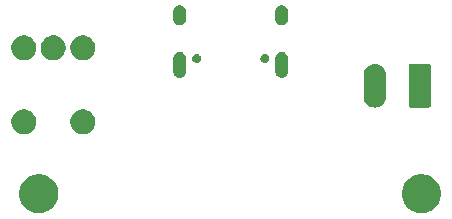
<source format=gbr>
G04 #@! TF.GenerationSoftware,KiCad,Pcbnew,5.1.6-c6e7f7d~86~ubuntu19.10.1*
G04 #@! TF.CreationDate,2020-05-21T11:58:36+02:00*
G04 #@! TF.ProjectId,Microscope_LED,4d696372-6f73-4636-9f70-655f4c45442e,rev?*
G04 #@! TF.SameCoordinates,Original*
G04 #@! TF.FileFunction,Soldermask,Bot*
G04 #@! TF.FilePolarity,Negative*
%FSLAX46Y46*%
G04 Gerber Fmt 4.6, Leading zero omitted, Abs format (unit mm)*
G04 Created by KiCad (PCBNEW 5.1.6-c6e7f7d~86~ubuntu19.10.1) date 2020-05-21 11:58:36*
%MOMM*%
%LPD*%
G01*
G04 APERTURE LIST*
%ADD10C,0.100000*%
G04 APERTURE END LIST*
D10*
G36*
X20568256Y-36491298D02*
G01*
X20674579Y-36512447D01*
X20975042Y-36636903D01*
X21245451Y-36817585D01*
X21475415Y-37047549D01*
X21656097Y-37317958D01*
X21780553Y-37618421D01*
X21844000Y-37937391D01*
X21844000Y-38262609D01*
X21780553Y-38581579D01*
X21656097Y-38882042D01*
X21475415Y-39152451D01*
X21245451Y-39382415D01*
X20975042Y-39563097D01*
X20674579Y-39687553D01*
X20568256Y-39708702D01*
X20355611Y-39751000D01*
X20030389Y-39751000D01*
X19817744Y-39708702D01*
X19711421Y-39687553D01*
X19410958Y-39563097D01*
X19140549Y-39382415D01*
X18910585Y-39152451D01*
X18729903Y-38882042D01*
X18605447Y-38581579D01*
X18542000Y-38262609D01*
X18542000Y-37937391D01*
X18605447Y-37618421D01*
X18729903Y-37317958D01*
X18910585Y-37047549D01*
X19140549Y-36817585D01*
X19410958Y-36636903D01*
X19711421Y-36512447D01*
X19817744Y-36491298D01*
X20030389Y-36449000D01*
X20355611Y-36449000D01*
X20568256Y-36491298D01*
G37*
G36*
X52953256Y-36491298D02*
G01*
X53059579Y-36512447D01*
X53360042Y-36636903D01*
X53630451Y-36817585D01*
X53860415Y-37047549D01*
X54041097Y-37317958D01*
X54165553Y-37618421D01*
X54229000Y-37937391D01*
X54229000Y-38262609D01*
X54165553Y-38581579D01*
X54041097Y-38882042D01*
X53860415Y-39152451D01*
X53630451Y-39382415D01*
X53360042Y-39563097D01*
X53059579Y-39687553D01*
X52953256Y-39708702D01*
X52740611Y-39751000D01*
X52415389Y-39751000D01*
X52202744Y-39708702D01*
X52096421Y-39687553D01*
X51795958Y-39563097D01*
X51525549Y-39382415D01*
X51295585Y-39152451D01*
X51114903Y-38882042D01*
X50990447Y-38581579D01*
X50927000Y-38262609D01*
X50927000Y-37937391D01*
X50990447Y-37618421D01*
X51114903Y-37317958D01*
X51295585Y-37047549D01*
X51525549Y-36817585D01*
X51795958Y-36636903D01*
X52096421Y-36512447D01*
X52202744Y-36491298D01*
X52415389Y-36449000D01*
X52740611Y-36449000D01*
X52953256Y-36491298D01*
G37*
G36*
X24229564Y-30993389D02*
G01*
X24420833Y-31072615D01*
X24420835Y-31072616D01*
X24592973Y-31187635D01*
X24739365Y-31334027D01*
X24854385Y-31506167D01*
X24933611Y-31697436D01*
X24974000Y-31900484D01*
X24974000Y-32107516D01*
X24933611Y-32310564D01*
X24854385Y-32501833D01*
X24854384Y-32501835D01*
X24739365Y-32673973D01*
X24592973Y-32820365D01*
X24420835Y-32935384D01*
X24420834Y-32935385D01*
X24420833Y-32935385D01*
X24229564Y-33014611D01*
X24026516Y-33055000D01*
X23819484Y-33055000D01*
X23616436Y-33014611D01*
X23425167Y-32935385D01*
X23425166Y-32935385D01*
X23425165Y-32935384D01*
X23253027Y-32820365D01*
X23106635Y-32673973D01*
X22991616Y-32501835D01*
X22991615Y-32501833D01*
X22912389Y-32310564D01*
X22872000Y-32107516D01*
X22872000Y-31900484D01*
X22912389Y-31697436D01*
X22991615Y-31506167D01*
X23106635Y-31334027D01*
X23253027Y-31187635D01*
X23425165Y-31072616D01*
X23425167Y-31072615D01*
X23616436Y-30993389D01*
X23819484Y-30953000D01*
X24026516Y-30953000D01*
X24229564Y-30993389D01*
G37*
G36*
X19229564Y-30993389D02*
G01*
X19420833Y-31072615D01*
X19420835Y-31072616D01*
X19592973Y-31187635D01*
X19739365Y-31334027D01*
X19854385Y-31506167D01*
X19933611Y-31697436D01*
X19974000Y-31900484D01*
X19974000Y-32107516D01*
X19933611Y-32310564D01*
X19854385Y-32501833D01*
X19854384Y-32501835D01*
X19739365Y-32673973D01*
X19592973Y-32820365D01*
X19420835Y-32935384D01*
X19420834Y-32935385D01*
X19420833Y-32935385D01*
X19229564Y-33014611D01*
X19026516Y-33055000D01*
X18819484Y-33055000D01*
X18616436Y-33014611D01*
X18425167Y-32935385D01*
X18425166Y-32935385D01*
X18425165Y-32935384D01*
X18253027Y-32820365D01*
X18106635Y-32673973D01*
X17991616Y-32501835D01*
X17991615Y-32501833D01*
X17912389Y-32310564D01*
X17872000Y-32107516D01*
X17872000Y-31900484D01*
X17912389Y-31697436D01*
X17991615Y-31506167D01*
X18106635Y-31334027D01*
X18253027Y-31187635D01*
X18425165Y-31072616D01*
X18425167Y-31072615D01*
X18616436Y-30993389D01*
X18819484Y-30953000D01*
X19026516Y-30953000D01*
X19229564Y-30993389D01*
G37*
G36*
X48827425Y-27118760D02*
G01*
X48827428Y-27118761D01*
X48827429Y-27118761D01*
X49006693Y-27173140D01*
X49006696Y-27173142D01*
X49006697Y-27173142D01*
X49171903Y-27261446D01*
X49316712Y-27380288D01*
X49435554Y-27525097D01*
X49523858Y-27690303D01*
X49523860Y-27690307D01*
X49568060Y-27836015D01*
X49578240Y-27869575D01*
X49592000Y-28009282D01*
X49592000Y-29902718D01*
X49578240Y-30042425D01*
X49578239Y-30042428D01*
X49578239Y-30042429D01*
X49523860Y-30221693D01*
X49523858Y-30221696D01*
X49523858Y-30221697D01*
X49435554Y-30386903D01*
X49316712Y-30531712D01*
X49171903Y-30650554D01*
X49023964Y-30729628D01*
X49006692Y-30738860D01*
X48827428Y-30793239D01*
X48827427Y-30793239D01*
X48827424Y-30793240D01*
X48641000Y-30811601D01*
X48454575Y-30793240D01*
X48454572Y-30793239D01*
X48454571Y-30793239D01*
X48275307Y-30738860D01*
X48257575Y-30729382D01*
X48110097Y-30650554D01*
X47965288Y-30531712D01*
X47846446Y-30386903D01*
X47758142Y-30221696D01*
X47758141Y-30221693D01*
X47758140Y-30221692D01*
X47703761Y-30042428D01*
X47703761Y-30042427D01*
X47703760Y-30042424D01*
X47690000Y-29902717D01*
X47690000Y-28009283D01*
X47703761Y-27869575D01*
X47713941Y-27836015D01*
X47758141Y-27690307D01*
X47758143Y-27690303D01*
X47846447Y-27525097D01*
X47965289Y-27380288D01*
X48110098Y-27261446D01*
X48275304Y-27173142D01*
X48275305Y-27173142D01*
X48275308Y-27173140D01*
X48454572Y-27118761D01*
X48454573Y-27118761D01*
X48454576Y-27118760D01*
X48641000Y-27100399D01*
X48827425Y-27118760D01*
G37*
G36*
X53261915Y-27108934D02*
G01*
X53294424Y-27118795D01*
X53324382Y-27134809D01*
X53350641Y-27156359D01*
X53372191Y-27182618D01*
X53388205Y-27212576D01*
X53398066Y-27245085D01*
X53402000Y-27285029D01*
X53402000Y-30626971D01*
X53398066Y-30666915D01*
X53388205Y-30699424D01*
X53372191Y-30729382D01*
X53350641Y-30755641D01*
X53324382Y-30777191D01*
X53294424Y-30793205D01*
X53261915Y-30803066D01*
X53221971Y-30807000D01*
X51680029Y-30807000D01*
X51640085Y-30803066D01*
X51607576Y-30793205D01*
X51577618Y-30777191D01*
X51551359Y-30755641D01*
X51529809Y-30729382D01*
X51513795Y-30699424D01*
X51503934Y-30666915D01*
X51500000Y-30626971D01*
X51500000Y-27285029D01*
X51503934Y-27245085D01*
X51513795Y-27212576D01*
X51529809Y-27182618D01*
X51551359Y-27156359D01*
X51577618Y-27134809D01*
X51607576Y-27118795D01*
X51640085Y-27108934D01*
X51680029Y-27105000D01*
X53221971Y-27105000D01*
X53261915Y-27108934D01*
G37*
G36*
X32235015Y-26084973D02*
G01*
X32338879Y-26116479D01*
X32366055Y-26131005D01*
X32434600Y-26167643D01*
X32518501Y-26236499D01*
X32587357Y-26320400D01*
X32606354Y-26355942D01*
X32638521Y-26416121D01*
X32670027Y-26519985D01*
X32678000Y-26600933D01*
X32678000Y-27755067D01*
X32670027Y-27836015D01*
X32638521Y-27939879D01*
X32638519Y-27939882D01*
X32601422Y-28009286D01*
X32587356Y-28035600D01*
X32518501Y-28119501D01*
X32449645Y-28176009D01*
X32434599Y-28188357D01*
X32382907Y-28215987D01*
X32338878Y-28239521D01*
X32235014Y-28271027D01*
X32127000Y-28281666D01*
X32018985Y-28271027D01*
X31915121Y-28239521D01*
X31871093Y-28215987D01*
X31819401Y-28188357D01*
X31806643Y-28177887D01*
X31735499Y-28119501D01*
X31666644Y-28035600D01*
X31652577Y-28009282D01*
X31639013Y-27983907D01*
X31615479Y-27939878D01*
X31583973Y-27836014D01*
X31576000Y-27755066D01*
X31576001Y-26600933D01*
X31583974Y-26519985D01*
X31615480Y-26416121D01*
X31647647Y-26355942D01*
X31666644Y-26320400D01*
X31735500Y-26236499D01*
X31819401Y-26167643D01*
X31887946Y-26131005D01*
X31915122Y-26116479D01*
X32018986Y-26084973D01*
X32127000Y-26074334D01*
X32235015Y-26084973D01*
G37*
G36*
X40875015Y-26084973D02*
G01*
X40978879Y-26116479D01*
X41006055Y-26131005D01*
X41074600Y-26167643D01*
X41158501Y-26236499D01*
X41227357Y-26320400D01*
X41246354Y-26355942D01*
X41278521Y-26416121D01*
X41310027Y-26519985D01*
X41318000Y-26600933D01*
X41318000Y-27755067D01*
X41310027Y-27836015D01*
X41278521Y-27939879D01*
X41278519Y-27939882D01*
X41241422Y-28009286D01*
X41227356Y-28035600D01*
X41158501Y-28119501D01*
X41089645Y-28176009D01*
X41074599Y-28188357D01*
X41022907Y-28215987D01*
X40978878Y-28239521D01*
X40875014Y-28271027D01*
X40767000Y-28281666D01*
X40658985Y-28271027D01*
X40555121Y-28239521D01*
X40511093Y-28215987D01*
X40459401Y-28188357D01*
X40446643Y-28177887D01*
X40375499Y-28119501D01*
X40306644Y-28035600D01*
X40292577Y-28009282D01*
X40279013Y-27983907D01*
X40255479Y-27939878D01*
X40223973Y-27836014D01*
X40216000Y-27755066D01*
X40216001Y-26600933D01*
X40223974Y-26519985D01*
X40255480Y-26416121D01*
X40287647Y-26355942D01*
X40306644Y-26320400D01*
X40375500Y-26236499D01*
X40459401Y-26167643D01*
X40527946Y-26131005D01*
X40555122Y-26116479D01*
X40658986Y-26084973D01*
X40767000Y-26074334D01*
X40875015Y-26084973D01*
G37*
G36*
X39446672Y-26286449D02*
G01*
X39446674Y-26286450D01*
X39446675Y-26286450D01*
X39515103Y-26314793D01*
X39576686Y-26355942D01*
X39629058Y-26408314D01*
X39670207Y-26469897D01*
X39690954Y-26519987D01*
X39698551Y-26538328D01*
X39711004Y-26600933D01*
X39713000Y-26610967D01*
X39713000Y-26685033D01*
X39698550Y-26757675D01*
X39670207Y-26826103D01*
X39629058Y-26887686D01*
X39576686Y-26940058D01*
X39515103Y-26981207D01*
X39446675Y-27009550D01*
X39446674Y-27009550D01*
X39446672Y-27009551D01*
X39374034Y-27024000D01*
X39299966Y-27024000D01*
X39227328Y-27009551D01*
X39227326Y-27009550D01*
X39227325Y-27009550D01*
X39158897Y-26981207D01*
X39097314Y-26940058D01*
X39044942Y-26887686D01*
X39003793Y-26826103D01*
X38975450Y-26757675D01*
X38961000Y-26685033D01*
X38961000Y-26610967D01*
X38962996Y-26600933D01*
X38975449Y-26538328D01*
X38983046Y-26519987D01*
X39003793Y-26469897D01*
X39044942Y-26408314D01*
X39097314Y-26355942D01*
X39158897Y-26314793D01*
X39227325Y-26286450D01*
X39227326Y-26286450D01*
X39227328Y-26286449D01*
X39299966Y-26272000D01*
X39374034Y-26272000D01*
X39446672Y-26286449D01*
G37*
G36*
X33666672Y-26286449D02*
G01*
X33666674Y-26286450D01*
X33666675Y-26286450D01*
X33735103Y-26314793D01*
X33796686Y-26355942D01*
X33849058Y-26408314D01*
X33890207Y-26469897D01*
X33910954Y-26519987D01*
X33918551Y-26538328D01*
X33931004Y-26600933D01*
X33933000Y-26610967D01*
X33933000Y-26685033D01*
X33918550Y-26757675D01*
X33890207Y-26826103D01*
X33849058Y-26887686D01*
X33796686Y-26940058D01*
X33735103Y-26981207D01*
X33666675Y-27009550D01*
X33666674Y-27009550D01*
X33666672Y-27009551D01*
X33594034Y-27024000D01*
X33519966Y-27024000D01*
X33447328Y-27009551D01*
X33447326Y-27009550D01*
X33447325Y-27009550D01*
X33378897Y-26981207D01*
X33317314Y-26940058D01*
X33264942Y-26887686D01*
X33223793Y-26826103D01*
X33195450Y-26757675D01*
X33181000Y-26685033D01*
X33181000Y-26610967D01*
X33182996Y-26600933D01*
X33195449Y-26538328D01*
X33203046Y-26519987D01*
X33223793Y-26469897D01*
X33264942Y-26408314D01*
X33317314Y-26355942D01*
X33378897Y-26314793D01*
X33447325Y-26286450D01*
X33447326Y-26286450D01*
X33447328Y-26286449D01*
X33519966Y-26272000D01*
X33594034Y-26272000D01*
X33666672Y-26286449D01*
G37*
G36*
X19229564Y-24743389D02*
G01*
X19420833Y-24822615D01*
X19420835Y-24822616D01*
X19592973Y-24937635D01*
X19739365Y-25084027D01*
X19854385Y-25256167D01*
X19933611Y-25447436D01*
X19974000Y-25650484D01*
X19974000Y-25857516D01*
X19933611Y-26060564D01*
X19854385Y-26251833D01*
X19854384Y-26251835D01*
X19739365Y-26423973D01*
X19592973Y-26570365D01*
X19420835Y-26685384D01*
X19420834Y-26685385D01*
X19420833Y-26685385D01*
X19229564Y-26764611D01*
X19026516Y-26805000D01*
X18819484Y-26805000D01*
X18616436Y-26764611D01*
X18425167Y-26685385D01*
X18425166Y-26685385D01*
X18425165Y-26685384D01*
X18253027Y-26570365D01*
X18106635Y-26423973D01*
X17991616Y-26251835D01*
X17991615Y-26251833D01*
X17912389Y-26060564D01*
X17872000Y-25857516D01*
X17872000Y-25650484D01*
X17912389Y-25447436D01*
X17991615Y-25256167D01*
X18106635Y-25084027D01*
X18253027Y-24937635D01*
X18425165Y-24822616D01*
X18425167Y-24822615D01*
X18616436Y-24743389D01*
X18819484Y-24703000D01*
X19026516Y-24703000D01*
X19229564Y-24743389D01*
G37*
G36*
X21729564Y-24743389D02*
G01*
X21920833Y-24822615D01*
X21920835Y-24822616D01*
X22092973Y-24937635D01*
X22239365Y-25084027D01*
X22354385Y-25256167D01*
X22433611Y-25447436D01*
X22474000Y-25650484D01*
X22474000Y-25857516D01*
X22433611Y-26060564D01*
X22354385Y-26251833D01*
X22354384Y-26251835D01*
X22239365Y-26423973D01*
X22092973Y-26570365D01*
X21920835Y-26685384D01*
X21920834Y-26685385D01*
X21920833Y-26685385D01*
X21729564Y-26764611D01*
X21526516Y-26805000D01*
X21319484Y-26805000D01*
X21116436Y-26764611D01*
X20925167Y-26685385D01*
X20925166Y-26685385D01*
X20925165Y-26685384D01*
X20753027Y-26570365D01*
X20606635Y-26423973D01*
X20491616Y-26251835D01*
X20491615Y-26251833D01*
X20412389Y-26060564D01*
X20372000Y-25857516D01*
X20372000Y-25650484D01*
X20412389Y-25447436D01*
X20491615Y-25256167D01*
X20606635Y-25084027D01*
X20753027Y-24937635D01*
X20925165Y-24822616D01*
X20925167Y-24822615D01*
X21116436Y-24743389D01*
X21319484Y-24703000D01*
X21526516Y-24703000D01*
X21729564Y-24743389D01*
G37*
G36*
X24229564Y-24743389D02*
G01*
X24420833Y-24822615D01*
X24420835Y-24822616D01*
X24592973Y-24937635D01*
X24739365Y-25084027D01*
X24854385Y-25256167D01*
X24933611Y-25447436D01*
X24974000Y-25650484D01*
X24974000Y-25857516D01*
X24933611Y-26060564D01*
X24854385Y-26251833D01*
X24854384Y-26251835D01*
X24739365Y-26423973D01*
X24592973Y-26570365D01*
X24420835Y-26685384D01*
X24420834Y-26685385D01*
X24420833Y-26685385D01*
X24229564Y-26764611D01*
X24026516Y-26805000D01*
X23819484Y-26805000D01*
X23616436Y-26764611D01*
X23425167Y-26685385D01*
X23425166Y-26685385D01*
X23425165Y-26685384D01*
X23253027Y-26570365D01*
X23106635Y-26423973D01*
X22991616Y-26251835D01*
X22991615Y-26251833D01*
X22912389Y-26060564D01*
X22872000Y-25857516D01*
X22872000Y-25650484D01*
X22912389Y-25447436D01*
X22991615Y-25256167D01*
X23106635Y-25084027D01*
X23253027Y-24937635D01*
X23425165Y-24822616D01*
X23425167Y-24822615D01*
X23616436Y-24743389D01*
X23819484Y-24703000D01*
X24026516Y-24703000D01*
X24229564Y-24743389D01*
G37*
G36*
X40875015Y-22154973D02*
G01*
X40978879Y-22186479D01*
X41006055Y-22201005D01*
X41074600Y-22237643D01*
X41158501Y-22306499D01*
X41227357Y-22390400D01*
X41263995Y-22458945D01*
X41278521Y-22486121D01*
X41310027Y-22589985D01*
X41318000Y-22670933D01*
X41318000Y-23325067D01*
X41310027Y-23406015D01*
X41278521Y-23509879D01*
X41227356Y-23605600D01*
X41158501Y-23689501D01*
X41089645Y-23746009D01*
X41074599Y-23758357D01*
X41022907Y-23785987D01*
X40978878Y-23809521D01*
X40875014Y-23841027D01*
X40767000Y-23851666D01*
X40658985Y-23841027D01*
X40555121Y-23809521D01*
X40511093Y-23785987D01*
X40459401Y-23758357D01*
X40446643Y-23747887D01*
X40375499Y-23689501D01*
X40306644Y-23605600D01*
X40255479Y-23509878D01*
X40223973Y-23406014D01*
X40216000Y-23325066D01*
X40216000Y-22670933D01*
X40223973Y-22589985D01*
X40255480Y-22486121D01*
X40255482Y-22486118D01*
X40306645Y-22390399D01*
X40375500Y-22306499D01*
X40459401Y-22237643D01*
X40527946Y-22201005D01*
X40555122Y-22186479D01*
X40658986Y-22154973D01*
X40767000Y-22144334D01*
X40875015Y-22154973D01*
G37*
G36*
X32235015Y-22154973D02*
G01*
X32338879Y-22186479D01*
X32366055Y-22201005D01*
X32434600Y-22237643D01*
X32518501Y-22306499D01*
X32587357Y-22390400D01*
X32623995Y-22458945D01*
X32638521Y-22486121D01*
X32670027Y-22589985D01*
X32678000Y-22670933D01*
X32678000Y-23325067D01*
X32670027Y-23406015D01*
X32638521Y-23509879D01*
X32587356Y-23605600D01*
X32518501Y-23689501D01*
X32449645Y-23746009D01*
X32434599Y-23758357D01*
X32382907Y-23785987D01*
X32338878Y-23809521D01*
X32235014Y-23841027D01*
X32127000Y-23851666D01*
X32018985Y-23841027D01*
X31915121Y-23809521D01*
X31871093Y-23785987D01*
X31819401Y-23758357D01*
X31806643Y-23747887D01*
X31735499Y-23689501D01*
X31666644Y-23605600D01*
X31615479Y-23509878D01*
X31583973Y-23406014D01*
X31576000Y-23325066D01*
X31576000Y-22670933D01*
X31583973Y-22589985D01*
X31615480Y-22486121D01*
X31615482Y-22486118D01*
X31666645Y-22390399D01*
X31735500Y-22306499D01*
X31819401Y-22237643D01*
X31887946Y-22201005D01*
X31915122Y-22186479D01*
X32018986Y-22154973D01*
X32127000Y-22144334D01*
X32235015Y-22154973D01*
G37*
M02*

</source>
